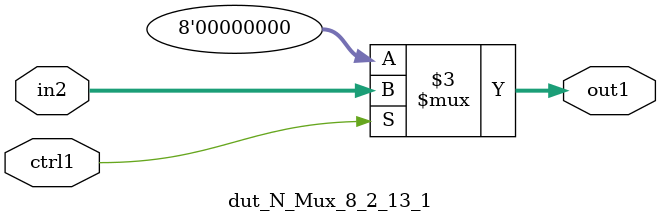
<source format=v>

`timescale 1ps / 1ps


module dut_N_Mux_8_2_13_1( in2, ctrl1, out1 );

    input [7:0] in2;
    input ctrl1;
    output [7:0] out1;
    reg [7:0] out1;

    
    // rtl_process:dut_N_Mux_8_2_13_1/dut_N_Mux_8_2_13_1_thread_1
    always @*
      begin : dut_N_Mux_8_2_13_1_thread_1
        case (ctrl1) 
          1'b1: 
            begin
              out1 = in2;
            end
          default: 
            begin
              out1 = 8'd000;
            end
        endcase
      end

endmodule



</source>
